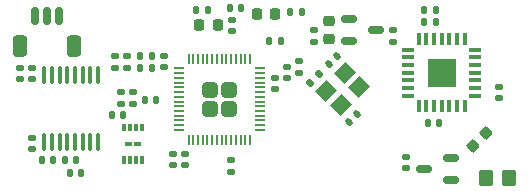
<source format=gbr>
%TF.GenerationSoftware,KiCad,Pcbnew,7.0.7*%
%TF.CreationDate,2024-01-01T23:26:11-08:00*%
%TF.ProjectId,Curly_Mini_v0,4375726c-795f-44d6-996e-695f76302e6b,rev?*%
%TF.SameCoordinates,Original*%
%TF.FileFunction,Paste,Top*%
%TF.FilePolarity,Positive*%
%FSLAX46Y46*%
G04 Gerber Fmt 4.6, Leading zero omitted, Abs format (unit mm)*
G04 Created by KiCad (PCBNEW 7.0.7) date 2024-01-01 23:26:11*
%MOMM*%
%LPD*%
G01*
G04 APERTURE LIST*
G04 Aperture macros list*
%AMRoundRect*
0 Rectangle with rounded corners*
0 $1 Rounding radius*
0 $2 $3 $4 $5 $6 $7 $8 $9 X,Y pos of 4 corners*
0 Add a 4 corners polygon primitive as box body*
4,1,4,$2,$3,$4,$5,$6,$7,$8,$9,$2,$3,0*
0 Add four circle primitives for the rounded corners*
1,1,$1+$1,$2,$3*
1,1,$1+$1,$4,$5*
1,1,$1+$1,$6,$7*
1,1,$1+$1,$8,$9*
0 Add four rect primitives between the rounded corners*
20,1,$1+$1,$2,$3,$4,$5,0*
20,1,$1+$1,$4,$5,$6,$7,0*
20,1,$1+$1,$6,$7,$8,$9,0*
20,1,$1+$1,$8,$9,$2,$3,0*%
%AMRotRect*
0 Rectangle, with rotation*
0 The origin of the aperture is its center*
0 $1 length*
0 $2 width*
0 $3 Rotation angle, in degrees counterclockwise*
0 Add horizontal line*
21,1,$1,$2,0,0,$3*%
G04 Aperture macros list end*
%ADD10C,0.010000*%
%ADD11RoundRect,0.150000X0.512500X0.150000X-0.512500X0.150000X-0.512500X-0.150000X0.512500X-0.150000X0*%
%ADD12RoundRect,0.250000X0.350000X0.450000X-0.350000X0.450000X-0.350000X-0.450000X0.350000X-0.450000X0*%
%ADD13RoundRect,0.135000X-0.135000X-0.185000X0.135000X-0.185000X0.135000X0.185000X-0.135000X0.185000X0*%
%ADD14RoundRect,0.218750X0.218750X0.256250X-0.218750X0.256250X-0.218750X-0.256250X0.218750X-0.256250X0*%
%ADD15RoundRect,0.100000X0.100000X-0.637500X0.100000X0.637500X-0.100000X0.637500X-0.100000X-0.637500X0*%
%ADD16RoundRect,0.140000X-0.170000X0.140000X-0.170000X-0.140000X0.170000X-0.140000X0.170000X0.140000X0*%
%ADD17RoundRect,0.140000X0.140000X0.170000X-0.140000X0.170000X-0.140000X-0.170000X0.140000X-0.170000X0*%
%ADD18RoundRect,0.140000X-0.140000X-0.170000X0.140000X-0.170000X0.140000X0.170000X-0.140000X0.170000X0*%
%ADD19RoundRect,0.150000X-0.512500X-0.150000X0.512500X-0.150000X0.512500X0.150000X-0.512500X0.150000X0*%
%ADD20RoundRect,0.140000X0.170000X-0.140000X0.170000X0.140000X-0.170000X0.140000X-0.170000X-0.140000X0*%
%ADD21RoundRect,0.225000X0.017678X-0.335876X0.335876X-0.017678X-0.017678X0.335876X-0.335876X0.017678X0*%
%ADD22RoundRect,0.225000X0.250000X-0.225000X0.250000X0.225000X-0.250000X0.225000X-0.250000X-0.225000X0*%
%ADD23RoundRect,0.140000X0.021213X-0.219203X0.219203X-0.021213X-0.021213X0.219203X-0.219203X0.021213X0*%
%ADD24RotRect,1.400000X1.200000X45.000000*%
%ADD25RoundRect,0.135000X0.135000X0.185000X-0.135000X0.185000X-0.135000X-0.185000X0.135000X-0.185000X0*%
%ADD26RoundRect,0.250000X0.350000X0.650000X-0.350000X0.650000X-0.350000X-0.650000X0.350000X-0.650000X0*%
%ADD27RoundRect,0.150000X0.150000X0.625000X-0.150000X0.625000X-0.150000X-0.625000X0.150000X-0.625000X0*%
%ADD28RoundRect,0.249999X0.395001X-0.395001X0.395001X0.395001X-0.395001X0.395001X-0.395001X-0.395001X0*%
%ADD29RoundRect,0.050000X0.050000X-0.387500X0.050000X0.387500X-0.050000X0.387500X-0.050000X-0.387500X0*%
%ADD30RoundRect,0.050000X0.387500X-0.050000X0.387500X0.050000X-0.387500X0.050000X-0.387500X-0.050000X0*%
%ADD31RoundRect,0.135000X-0.185000X0.135000X-0.185000X-0.135000X0.185000X-0.135000X0.185000X0.135000X0*%
%ADD32RoundRect,0.135000X-0.035355X0.226274X-0.226274X0.035355X0.035355X-0.226274X0.226274X-0.035355X0*%
%ADD33RoundRect,0.013200X0.151800X-0.506800X0.151800X0.506800X-0.151800X0.506800X-0.151800X-0.506800X0*%
%ADD34RoundRect,0.013200X0.506800X0.151800X-0.506800X0.151800X-0.506800X-0.151800X0.506800X-0.151800X0*%
G04 APERTURE END LIST*
%TO.C,U4*%
D10*
X80050000Y-64800000D02*
X79850000Y-64800000D01*
X79850000Y-64250000D01*
X80050000Y-64250000D01*
X80050000Y-64800000D01*
G36*
X80050000Y-64800000D02*
G01*
X79850000Y-64800000D01*
X79850000Y-64250000D01*
X80050000Y-64250000D01*
X80050000Y-64800000D01*
G37*
X80550000Y-64800000D02*
X80350000Y-64800000D01*
X80350000Y-64250000D01*
X80550000Y-64250000D01*
X80550000Y-64800000D01*
G36*
X80550000Y-64800000D02*
G01*
X80350000Y-64800000D01*
X80350000Y-64250000D01*
X80550000Y-64250000D01*
X80550000Y-64800000D01*
G37*
X81050000Y-64800000D02*
X80850000Y-64800000D01*
X80850000Y-64250000D01*
X81050000Y-64250000D01*
X81050000Y-64800000D01*
G36*
X81050000Y-64800000D02*
G01*
X80850000Y-64800000D01*
X80850000Y-64250000D01*
X81050000Y-64250000D01*
X81050000Y-64800000D01*
G37*
X81550000Y-64800000D02*
X81350000Y-64800000D01*
X81350000Y-64250000D01*
X81550000Y-64250000D01*
X81550000Y-64800000D01*
G36*
X81550000Y-64800000D02*
G01*
X81350000Y-64800000D01*
X81350000Y-64250000D01*
X81550000Y-64250000D01*
X81550000Y-64800000D01*
G37*
X80600000Y-63250000D02*
X80100000Y-63250000D01*
X80100000Y-63050000D01*
X80600000Y-63050000D01*
X80600000Y-63250000D01*
G36*
X80600000Y-63250000D02*
G01*
X80100000Y-63250000D01*
X80100000Y-63050000D01*
X80600000Y-63050000D01*
X80600000Y-63250000D01*
G37*
X81300000Y-63250000D02*
X80800000Y-63250000D01*
X80800000Y-63050000D01*
X81300000Y-63050000D01*
X81300000Y-63250000D01*
G36*
X81300000Y-63250000D02*
G01*
X80800000Y-63250000D01*
X80800000Y-63050000D01*
X81300000Y-63050000D01*
X81300000Y-63250000D01*
G37*
X80050000Y-62050000D02*
X79850000Y-62050000D01*
X79850000Y-61500000D01*
X80050000Y-61500000D01*
X80050000Y-62050000D01*
G36*
X80050000Y-62050000D02*
G01*
X79850000Y-62050000D01*
X79850000Y-61500000D01*
X80050000Y-61500000D01*
X80050000Y-62050000D01*
G37*
X80550000Y-62050000D02*
X80350000Y-62050000D01*
X80350000Y-61500000D01*
X80550000Y-61500000D01*
X80550000Y-62050000D01*
G36*
X80550000Y-62050000D02*
G01*
X80350000Y-62050000D01*
X80350000Y-61500000D01*
X80550000Y-61500000D01*
X80550000Y-62050000D01*
G37*
X81050000Y-62050000D02*
X80850000Y-62050000D01*
X80850000Y-61500000D01*
X81050000Y-61500000D01*
X81050000Y-62050000D01*
G36*
X81050000Y-62050000D02*
G01*
X80850000Y-62050000D01*
X80850000Y-61500000D01*
X81050000Y-61500000D01*
X81050000Y-62050000D01*
G37*
X81550000Y-62050000D02*
X81350000Y-62050000D01*
X81350000Y-61500000D01*
X81550000Y-61500000D01*
X81550000Y-62050000D01*
G36*
X81550000Y-62050000D02*
G01*
X81350000Y-62050000D01*
X81350000Y-61500000D01*
X81550000Y-61500000D01*
X81550000Y-62050000D01*
G37*
%TO.C,U2*%
X108047730Y-58328540D02*
X105704960Y-58328540D01*
X105704960Y-55985770D01*
X108047730Y-55985770D01*
X108047730Y-58328540D01*
G36*
X108047730Y-58328540D02*
G01*
X105704960Y-58328540D01*
X105704960Y-55985770D01*
X108047730Y-55985770D01*
X108047730Y-58328540D01*
G37*
%TD*%
D11*
%TO.C,U5*%
X107637500Y-66250000D03*
X107637500Y-64350000D03*
X105362500Y-65300000D03*
%TD*%
D12*
%TO.C,R6*%
X110600000Y-66100000D03*
X112600000Y-66100000D03*
%TD*%
D13*
%TO.C,R5*%
X94000000Y-52000000D03*
X95020000Y-52000000D03*
%TD*%
D14*
%TO.C,D1*%
X92800000Y-52175000D03*
X91225000Y-52175000D03*
%TD*%
D15*
%TO.C,U6*%
X73225000Y-63062500D03*
X73875000Y-63062500D03*
X74525000Y-63062500D03*
X75175000Y-63062500D03*
X75825000Y-63062500D03*
X76475000Y-63062500D03*
X77125000Y-63062500D03*
X77775000Y-63062500D03*
X77775000Y-57337500D03*
X77125000Y-57337500D03*
X76475000Y-57337500D03*
X75825000Y-57337500D03*
X75175000Y-57337500D03*
X74525000Y-57337500D03*
X73875000Y-57337500D03*
X73225000Y-57337500D03*
%TD*%
D16*
%TO.C,C34*%
X71200000Y-56770000D03*
X71200000Y-57730000D03*
%TD*%
%TO.C,C33*%
X72200000Y-56770000D03*
X72200000Y-57730000D03*
%TD*%
%TO.C,C32*%
X72200000Y-62670000D03*
X72200000Y-63630000D03*
%TD*%
D17*
%TO.C,C31*%
X76355000Y-65625000D03*
X75395000Y-65625000D03*
%TD*%
D18*
%TO.C,C30*%
X73045000Y-64600000D03*
X74005000Y-64600000D03*
%TD*%
%TO.C,C12*%
X74945000Y-64600000D03*
X75905000Y-64600000D03*
%TD*%
D19*
%TO.C,U3*%
X101300000Y-53550000D03*
X99025000Y-54500000D03*
X99025000Y-52600000D03*
%TD*%
D18*
%TO.C,C29*%
X105400000Y-52850000D03*
X106360000Y-52850000D03*
%TD*%
D16*
%TO.C,C27*%
X111750000Y-58345000D03*
X111750000Y-59305000D03*
%TD*%
D17*
%TO.C,C26*%
X106655000Y-61465810D03*
X105695000Y-61465810D03*
%TD*%
D18*
%TO.C,C25*%
X105400000Y-51850000D03*
X106360000Y-51850000D03*
%TD*%
D20*
%TO.C,C24*%
X103900000Y-65230000D03*
X103900000Y-64270000D03*
%TD*%
D16*
%TO.C,C23*%
X102750000Y-54530000D03*
X102750000Y-53570000D03*
%TD*%
D21*
%TO.C,C22*%
X109526992Y-63348008D03*
X110623008Y-62251992D03*
%TD*%
D20*
%TO.C,C21*%
X96100000Y-54555000D03*
X96100000Y-53595000D03*
%TD*%
D22*
%TO.C,C20*%
X97350000Y-54350000D03*
X97350000Y-52800000D03*
%TD*%
D17*
%TO.C,C1*%
X79930000Y-60725000D03*
X78970000Y-60725000D03*
%TD*%
D23*
%TO.C,C8*%
X98999965Y-61350035D03*
X99678787Y-60671213D03*
%TD*%
D17*
%TO.C,C15*%
X89905000Y-51725000D03*
X88945000Y-51725000D03*
%TD*%
%TO.C,C3*%
X82330000Y-55750000D03*
X81370000Y-55750000D03*
%TD*%
D18*
%TO.C,C4*%
X86110000Y-51895000D03*
X87070000Y-51895000D03*
%TD*%
D17*
%TO.C,C9*%
X82680000Y-59450000D03*
X81720000Y-59450000D03*
%TD*%
D24*
%TO.C,Y2*%
X98312599Y-59939482D03*
X99868234Y-58383847D03*
X98666153Y-57181766D03*
X97110518Y-58737401D03*
%TD*%
D16*
%TO.C,C19*%
X84150000Y-64020000D03*
X84150000Y-64980000D03*
%TD*%
D25*
%TO.C,R1*%
X92240000Y-54500000D03*
X93260000Y-54500000D03*
%TD*%
D16*
%TO.C,C17*%
X85125000Y-64020000D03*
X85125000Y-64980000D03*
%TD*%
D20*
%TO.C,C11*%
X93775000Y-57605000D03*
X93775000Y-56645000D03*
%TD*%
D16*
%TO.C,C18*%
X89050000Y-64590000D03*
X89050000Y-65550000D03*
%TD*%
D20*
%TO.C,C6*%
X94800000Y-57180000D03*
X94800000Y-56220000D03*
%TD*%
D26*
%TO.C,J1*%
X71150000Y-54925000D03*
X75750000Y-54925000D03*
D27*
X72450000Y-52400000D03*
X73450000Y-52400000D03*
X74450000Y-52400000D03*
%TD*%
D20*
%TO.C,C10*%
X92750000Y-58555000D03*
X92750000Y-57595000D03*
%TD*%
D16*
%TO.C,C13*%
X79750000Y-58820000D03*
X79750000Y-59780000D03*
%TD*%
D28*
%TO.C,U1*%
X87250000Y-60212500D03*
X88850000Y-60212500D03*
X87250000Y-58612500D03*
X88850000Y-58612500D03*
D29*
X85450000Y-62850000D03*
X85850000Y-62850000D03*
X86250000Y-62850000D03*
X86650000Y-62850000D03*
X87050000Y-62850000D03*
X87450000Y-62850000D03*
X87850000Y-62850000D03*
X88250000Y-62850000D03*
X88650000Y-62850000D03*
X89050000Y-62850000D03*
X89450000Y-62850000D03*
X89850000Y-62850000D03*
X90250000Y-62850000D03*
X90650000Y-62850000D03*
D30*
X91487500Y-62012500D03*
X91487500Y-61612500D03*
X91487500Y-61212500D03*
X91487500Y-60812500D03*
X91487500Y-60412500D03*
X91487500Y-60012500D03*
X91487500Y-59612500D03*
X91487500Y-59212500D03*
X91487500Y-58812500D03*
X91487500Y-58412500D03*
X91487500Y-58012500D03*
X91487500Y-57612500D03*
X91487500Y-57212500D03*
X91487500Y-56812500D03*
D29*
X90650000Y-55975000D03*
X90250000Y-55975000D03*
X89850000Y-55975000D03*
X89450000Y-55975000D03*
X89050000Y-55975000D03*
X88650000Y-55975000D03*
X88250000Y-55975000D03*
X87850000Y-55975000D03*
X87450000Y-55975000D03*
X87050000Y-55975000D03*
X86650000Y-55975000D03*
X86250000Y-55975000D03*
X85850000Y-55975000D03*
X85450000Y-55975000D03*
D30*
X84612500Y-56812500D03*
X84612500Y-57212500D03*
X84612500Y-57612500D03*
X84612500Y-58012500D03*
X84612500Y-58412500D03*
X84612500Y-58812500D03*
X84612500Y-59212500D03*
X84612500Y-59612500D03*
X84612500Y-60012500D03*
X84612500Y-60412500D03*
X84612500Y-60812500D03*
X84612500Y-61212500D03*
X84612500Y-61612500D03*
X84612500Y-62012500D03*
%TD*%
D20*
%TO.C,C16*%
X89125000Y-52665000D03*
X89125000Y-53625000D03*
%TD*%
D31*
%TO.C,R4*%
X80250000Y-55740000D03*
X80250000Y-56760000D03*
%TD*%
D32*
%TO.C,R2*%
X96450000Y-57300000D03*
X95728752Y-58021248D03*
%TD*%
D17*
%TO.C,C2*%
X82330000Y-56770000D03*
X81370000Y-56770000D03*
%TD*%
D16*
%TO.C,C14*%
X80740000Y-58820000D03*
X80740000Y-59780000D03*
%TD*%
D20*
%TO.C,C5*%
X83350000Y-56680000D03*
X83350000Y-55720000D03*
%TD*%
D31*
%TO.C,R3*%
X79250000Y-55740000D03*
X79250000Y-56760000D03*
%TD*%
D14*
%TO.C,FB1*%
X87925000Y-53150000D03*
X86350000Y-53150000D03*
%TD*%
D23*
%TO.C,C7*%
X97310554Y-56439446D03*
X97989376Y-55760624D03*
%TD*%
D33*
%TO.C,U2*%
X104925000Y-59990810D03*
X105575000Y-59990810D03*
X106225000Y-59990810D03*
X106875000Y-59990810D03*
X107525000Y-59990810D03*
X108175000Y-59990810D03*
X108825000Y-59990810D03*
D34*
X109710000Y-59105810D03*
X109710000Y-58455810D03*
X109710000Y-57805810D03*
X109710000Y-57155810D03*
X109710000Y-56505810D03*
X109710000Y-55855810D03*
X109710000Y-55205810D03*
D33*
X108825000Y-54320810D03*
X108175000Y-54320810D03*
X107525000Y-54320810D03*
X106875000Y-54320810D03*
X106225000Y-54320810D03*
X105575000Y-54320810D03*
X104925000Y-54320810D03*
D34*
X104040000Y-55205810D03*
X104040000Y-55855810D03*
X104040000Y-56505810D03*
X104040000Y-57155810D03*
X104040000Y-57805810D03*
X104040000Y-58455810D03*
X104040000Y-59105810D03*
%TD*%
M02*

</source>
